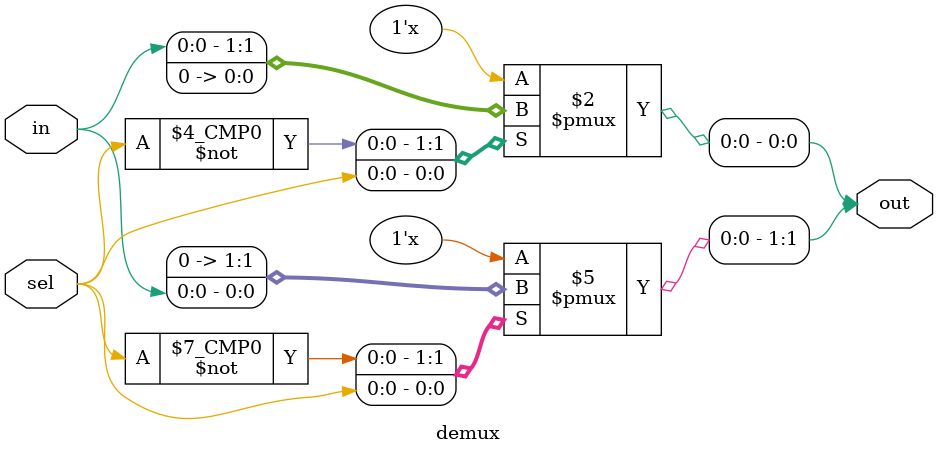
<source format=v>
module demux(input in, input sel, output reg[1:0] out);
  always @(*)
    begin
      out = 2'b00;
      case( sel)
        1'b0: out[0]=in;
        1'b1: out[1]=in;
      endcase
    end
endmodule

</source>
